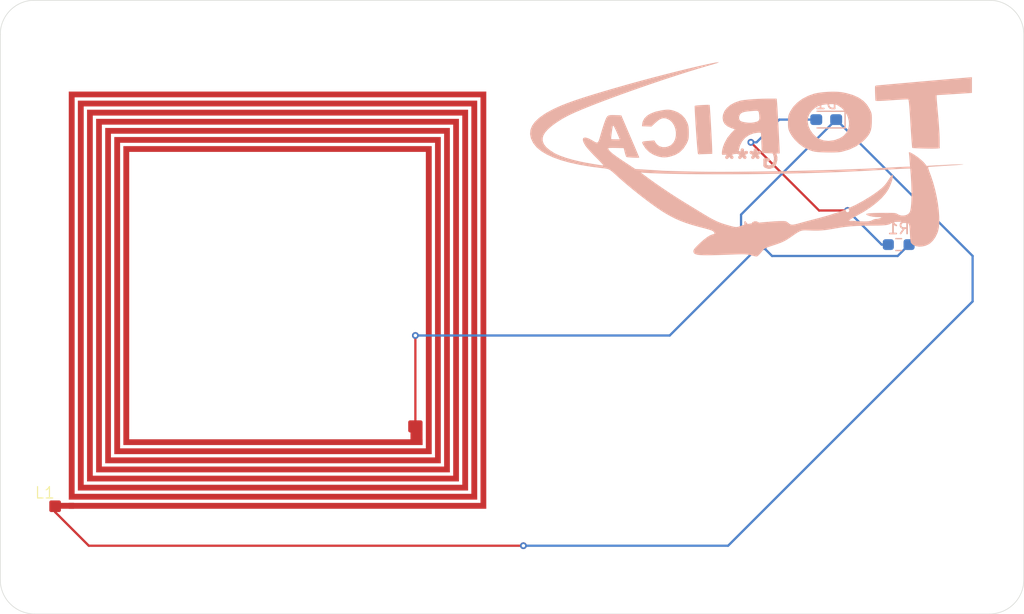
<source format=kicad_pcb>
(kicad_pcb (version 20241229) (generator "pcbnew") (generator_version "9.0")
  (layers (0 "F.Cu" signal) (2 "B.Cu" signal) (13 "F.Paste" user) (15 "B.Paste" user) (5 "F.SilkS" user "F.Silkscreen") (7 "B.SilkS" user "B.Silkscreen") (1 "F.Mask" user) (3 "B.Mask" user) (25 "Edge.Cuts" user))
  (net 0 "")
  (net 1 "Net-(C1-Pad1)")
  (net 2 "Net-(D1-K)")
  (net 3 "Net-(D1-A)")
  (footprint "lib:NFC_COIL_36.7x36.7_3uH" (layer "F.Cu") (at 133.029375 90.23875)
    (property "Reference" "L1" (at -2.11 -1.4 0) (layer "F.SilkS") (effects (font (thickness 0.1))))
    (property "Value" "L")
    (fp_rect (start -0.67 -0.41) (end 0.41 -0.09) (stroke (width 0.2)) (fill yes) (layer "F.Cu"))
    (fp_rect (start 30.14 -6.795) (end 31 -6.105) (stroke (width 0.2)) (fill yes) (layer "F.Cu"))
    (fp_poly (pts (xy 0 0) (xy 36.7 0) (xy 36.7 -36.7) (xy 0 -36.7) (xy 0 -0.8) (xy 35.9 -0.8) (xy 35.9 -35.9) (xy 0.8 -35.9) (xy 0.8 -1.6) (xy 35.1 -1.6) (xy 35.1 -35.1) (xy 1.6 -35.1) (xy 1.6 -2.4) (xy 34.3 -2.4) (xy 34.3 -34.3) (xy 2.4 -34.3) (xy 2.4 -3.2) (xy 33.5 -3.2) (xy 33.5 -33.5) (xy 3.2 -33.5) (xy 3.2 -4) (xy 32.7 -4) (xy 32.7 -32.7) (xy 4 -32.7) (xy 4 -4.8) (xy 31.9 -4.8) (xy 31.9 -31.9) (xy 4.8 -31.9) (xy 4.8 -5.6) (xy 31.1 -5.6) (xy 31.1 -6.1) (xy 30 -6.1) (xy 5.3 -6.1) (xy 5.3 -31.4) (xy 31.4 -31.4) (xy 31.4 -5.3) (xy 4.5 -5.3) (xy 4.5 -32.2) (xy 32.2 -32.2) (xy 32.2 -4.5) (xy 3.7 -4.5) (xy 3.7 -33) (xy 33 -33) (xy 33 -3.7) (xy 2.9 -3.7) (xy 2.9 -33.8) (xy 33.8 -33.8) (xy 33.8 -2.9) (xy 2.1 -2.9) (xy 2.1 -34.6) (xy 34.6 -34.6) (xy 34.6 -2.1) (xy 1.3 -2.1) (xy 1.3 -35.4) (xy 35.4 -35.4) (xy 35.4 -1.3) (xy 0.5 -1.3) (xy 0.5 -36.2) (xy 36.2 -36.2) (xy 36.2 -0.5) (xy 0 -0.5)) (stroke (width 0.01)) (fill yes) (layer "F.Cu"))
    (pad "1" smd roundrect (at 30.470625 -7.23875) (size 1.26125 1.0625) (layers "F.Cu" "F.Mask" "F.Paste") (roundrect_rratio 0.15) (net 1 "Net-(C1-Pad1)"))
    (pad "2" smd roundrect (at -1.20875 -0.2125) (size 1.0225 1.025) (layers "F.Cu" "F.Mask" "F.Paste") (roundrect_rratio 0.15) (net 2 "Net-(D1-K)"))
  )
  (footprint "Resistor_SMD:R_0603_1608Metric_Pad0.98x0.95mm_HandSolder" (layer "B.Cu") (at 206 67 180)
    (property "Reference" "R1" (at 0 1.43 0) (layer "B.SilkS") (effects (justify mirror)))
    (property "Value" "R")
    (fp_line (start -0.254724 0.5225) (end 0.254724 0.5225) (stroke (width 0.12)) (layer "B.SilkS"))
    (fp_line (start -0.254724 -0.5225) (end 0.254724 -0.5225) (stroke (width 0.12)) (layer "B.SilkS"))
    (pad "1" smd roundrect (at -0.9125 0 180) (size 0.975 0.95) (layers "B.Cu" "B.Mask" "B.Paste") (net 1 "Net-(C1-Pad1)"))
    (pad "2" smd roundrect (at 0.9125 0 180) (size 0.975 0.95) (layers "B.Cu" "B.Mask" "B.Paste") (net 3 "Net-(D1-A)"))
  )
  (footprint "LED_SMD:LED_0603_1608Metric_Pad1.05x0.95mm_HandSolder" (layer "B.Cu") (at 199.625 56 180)
    (property "Reference" "D1" (at 0 1.43 0) (layer "B.SilkS") (effects (justify mirror)))
    (property "Value" "LED")
    (fp_line (start 0.8 0.735) (end -1.66 0.735) (stroke (width 0.12)) (layer "B.SilkS"))
    (fp_line (start -1.66 0.735) (end -1.66 -0.735) (stroke (width 0.12)) (layer "B.SilkS"))
    (fp_line (start -1.66 -0.735) (end 0.8 -0.735) (stroke (width 0.12)) (layer "B.SilkS"))
    (pad "1" smd roundrect (at -0.875 0 180) (size 1.05 0.95) (layers "B.Cu" "B.Mask" "B.Paste") (net 2 "Net-(D1-K)"))
    (pad "2" smd roundrect (at 0.875 0 180) (size 1.05 0.95) (layers "B.Cu" "B.Mask" "B.Paste") (net 3 "Net-(D1-A)"))
  )
  (footprint "lib:TORICA_LOGO" (layer "B.Cu") (at 193 59.5 180)
    (property "Reference" "G***" (at 0 0 0) (layer "B.SilkS") (effects (font (size 1.5 1.5) (thickness 0.3)) (justify mirror)))
    (property "Value" "LOGO" (hide yes))
    (fp_poly (pts (xy 4.028364 4.794973) (xy 4.255147 4.783218) (xy 4.48478 4.767654) (xy 4.691357 4.749855) (xy 4.848972 4.731393) (xy 4.931721 4.713839) (xy 4.935016 4.71211) (xy 4.94065 4.655024) (xy 4.93873 4.505314) (xy 4.930193 4.276965) (xy 4.915973 3.983962) (xy 4.897009 3.640291) (xy 4.874235 3.259938) (xy 4.848589 2.856888) (xy 4.821005 2.445126) (xy 4.792421 2.038638) (xy 4.763773 1.65141) (xy 4.735997 1.297426) (xy 4.710028 0.990673) (xy 4.686804 0.745135) (xy 4.66726 0.574799) (xy 4.652697 0.494632) (xy 4.588475 0.439894) (xy 4.560309 0.439068) (xy 4.480409 0.445424) (xy 4.31983 0.453538) (xy 4.104801 0.462192) (xy 3.943683 0.467675) (xy 3.395578 0.485005) (xy 3.397426 0.737135) (xy 3.401091 0.896033) (xy 3.409863 1.131815) (xy 3.422947 1.430288) (xy 3.43955 1.777259) (xy 3.458877 2.158534) (xy 3.480136 2.559921) (xy 3.502533 2.967226) (xy 3.525273 3.366256) (xy 3.547563 3.742817) (xy 3.56861 4.082717) (xy 3.58762 4.371762) (xy 3.603799 4.595758) (xy 3.616353 4.740514) (xy 3.624159 4.791669) (xy 3.686964 4.800771) (xy 3.830334 4.801348)) (fill yes) (layer "B.SilkS"))
    (fp_poly (pts (xy 7.480111 4.368804) (xy 7.715764 4.338435) (xy 7.856176 4.316523) (xy 8.37269 4.20314) (xy 8.79899 4.044437) (xy 9.133027 3.841885) (xy 9.372756 3.596959) (xy 9.516129 3.311133) (xy 9.55775 3.091551) (xy 9.571789 2.914317) (xy 9.157641 2.898704) (xy 8.743493 2.883091) (xy 8.377587 3.226747) (xy 8.125667 3.440808) (xy 7.907635 3.57034) (xy 7.703167 3.623006) (xy 7.491941 3.606466) (xy 7.419688 3.587833) (xy 7.146767 3.457653) (xy 6.925559 3.254189) (xy 6.758037 2.995377) (xy 6.646175 2.699151) (xy 6.591947 2.383447) (xy 6.597327 2.066201) (xy 6.664289 1.765346) (xy 6.794807 1.498818) (xy 6.990854 1.284553) (xy 7.154863 1.181558) (xy 7.460921 1.081923) (xy 7.759012 1.07436) (xy 8.030848 1.15447) (xy 8.25814 1.317852) (xy 8.378966 1.476036) (xy 8.492071 1.667733) (xy 8.978456 1.630066) (xy 9.248673 1.607311) (xy 9.425957 1.5828) (xy 9.524075 1.547529) (xy 9.556797 1.492491) (xy 9.537889 1.408683) (xy 9.486425 1.297809) (xy 9.250189 0.937194) (xy 8.933276 0.63269) (xy 8.552582 0.396617) (xy 8.125001 0.241295) (xy 8.000385 0.214178) (xy 7.77366 0.178175) (xy 7.58469 0.16829) (xy 7.38887 0.185875) (xy 7.141596 0.232282) (xy 7.098693 0.241513) (xy 6.645233 0.388981) (xy 6.256818 0.620884) (xy 5.931827 0.938531) (xy 5.668638 1.343233) (xy 5.623534 1.434186) (xy 5.546295 1.605455) (xy 5.497006 1.747921) (xy 5.469539 1.895097) (xy 5.457769 2.08049) (xy 5.455571 2.33761) (xy 5.455602 2.352843) (xy 5.461129 2.641511) (xy 5.479339 2.857172) (xy 5.51499 3.03347) (xy 5.572841 3.204051) (xy 5.577701 3.216288) (xy 5.786325 3.600887) (xy 6.073469 3.915347) (xy 6.432642 4.154422) (xy 6.857351 4.312864) (xy 6.964785 4.337587) (xy 7.13859 4.367577) (xy 7.299042 4.37825)) (fill yes) (layer "B.SilkS"))
    (fp_poly (pts (xy -19.023264 7.200897) (xy -18.72691 7.176422) (xy -18.360008 7.14556) (xy -17.932551 7.109189) (xy -17.454532 7.068189) (xy -16.935944 7.023439) (xy -16.386782 6.975818) (xy -15.817037 6.926206) (xy -15.236703 6.875481) (xy -14.655774 6.824523) (xy -14.084243 6.774212) (xy -13.532104 6.725426) (xy -13.009349 6.679045) (xy -12.525972 6.635949) (xy -12.091966 6.597015) (xy -11.717324 6.563124) (xy -11.412041 6.535155) (xy -11.186108 6.513987) (xy -11.04952 6.500499) (xy -11.012083 6.496032) (xy -10.965298 6.480716) (xy -10.934891 6.445414) (xy -10.918298 6.371521) (xy -10.912951 6.240434) (xy -10.916286 6.033547) (xy -10.922094 5.84346) (xy -10.931508 5.591551) (xy -10.941804 5.377666) (xy -10.951703 5.225161) (xy -10.959571 5.158433) (xy -11.015994 5.14272) (xy -11.172975 5.138448) (xy -11.43188 5.14566) (xy -11.794073 5.164398) (xy -12.260918 5.194706) (xy -12.3767 5.202852) (xy -12.754791 5.228679) (xy -13.099134 5.250126) (xy -13.394924 5.266438) (xy -13.627354 5.27686) (xy -13.781618 5.280637) (xy -13.841833 5.277571) (xy -13.861982 5.234209) (xy -13.883465 5.115727) (xy -13.906742 4.916926) (xy -13.932277 4.632607) (xy -13.96053 4.257571) (xy -13.991963 3.786618) (xy -14.027038 3.214549) (xy -14.030994 3.147679) (xy -14.059151 2.683729) (xy -14.086795 2.253493) (xy -14.113063 1.868601) (xy -14.137092 1.540685) (xy -14.158022 1.281375) (xy -14.174989 1.102303) (xy -14.18713 1.015098) (xy -14.189566 1.00871) (xy -14.25185 0.996648) (xy -14.401406 0.984705) (xy -14.61856 0.973403) (xy -14.883639 0.963267) (xy -15.176968 0.95482) (xy -15.478874 0.948584) (xy -15.769681 0.945084) (xy -16.029717 0.944843) (xy -16.239307 0.948385) (xy -16.322843 0.951953) (xy -16.60358 0.968116) (xy -16.602968 1.700585) (xy -16.597438 1.963755) (xy -16.582243 2.30816) (xy -16.558938 2.708675) (xy -16.529078 3.140178) (xy -16.49422 3.577547) (xy -16.469896 3.850106) (xy -16.434219 4.238654) (xy -16.402133 4.601286) (xy -16.374995 4.921578) (xy -16.354164 5.183108) (xy -16.340998 5.369452) (xy -16.336823 5.459515) (xy -16.336211 5.651871) (xy -16.93779 5.686222) (xy -17.203865 5.701949) (xy -17.5419 5.722723) (xy -17.917153 5.746367) (xy -18.294881 5.770704) (xy -18.488527 5.783424) (xy -19.437685 5.846276) (xy -19.437685 6.540458) (xy -19.437685 7.234641)) (fill yes) (layer "B.SilkS"))
    (fp_poly (pts (xy -6.788067 5.946234) (xy -6.331567 5.910757) (xy -5.908905 5.854369) (xy -5.55432 5.778928) (xy -5.535991 5.773846) (xy -4.992356 5.57767) (xy -4.499313 5.313904) (xy -4.069873 4.992365) (xy -3.717046 4.622873) (xy -3.453843 4.215245) (xy -3.443688 4.194892) (xy -3.361351 4.020854) (xy -3.308515 3.879741) (xy -3.278672 3.738203) (xy -3.265317 3.562889) (xy -3.261945 3.320448) (xy -3.261896 3.26302) (xy -3.26434 3.001479) (xy -3.275883 2.813091) (xy -3.302835 2.664098) (xy -3.35151 2.520743) (xy -3.428218 2.349268) (xy -3.435715 2.333408) (xy -3.620662 2.025021) (xy -3.878301 1.707377) (xy -4.181105 1.408562) (xy -4.50155 1.156659) (xy -4.717701 1.025329) (xy -4.979789 0.892054) (xy -5.204073 0.791814) (xy -5.413977 0.719575) (xy -5.632927 0.670305) (xy -5.884348 0.638971) (xy -6.191665 0.620538) (xy -6.578304 0.609973) (xy -6.657474 0.60853) (xy -7.071733 0.604328) (xy -7.398736 0.608511) (xy -7.657914 0.622013) (xy -7.8687 0.645764) (xy -8.021053 0.673982) (xy -8.66013 0.863167) (xy -9.235215 1.133194) (xy -9.741238 1.481302) (xy -10.070582 1.790036) (xy -10.289897 2.045192) (xy -10.446795 2.286033) (xy -10.550673 2.539094) (xy -10.610925 2.830908) (xy -10.631322 3.110812) (xy -8.630423 3.110812) (xy -8.594131 2.836806) (xy -8.553495 2.682637) (xy -8.402436 2.355181) (xy -8.160939 2.084065) (xy -7.829904 1.869995) (xy -7.410233 1.71368) (xy -7.277673 1.680519) (xy -6.83285 1.625073) (xy -6.412903 1.663129) (xy -6.042709 1.788938) (xy -5.725719 1.993686) (xy -5.447821 2.268317) (xy -5.224344 2.589869) (xy -5.070615 2.93538) (xy -5.001964 3.281887) (xy -4.99979 3.351276) (xy -5.032678 3.687773) (xy -5.140228 3.974441) (xy -5.335766 4.243267) (xy -5.39972 4.311191) (xy -5.647791 4.526425) (xy -5.919662 4.680582) (xy -6.237742 4.782051) (xy -6.624433 4.839224) (xy -6.848504 4.853732) (xy -7.101901 4.862577) (xy -7.279435 4.859591) (xy -7.411926 4.840478) (xy -7.530191 4.800941) (xy -7.656363 4.741093) (xy -7.980674 4.521179) (xy -8.257101 4.225055) (xy -8.462125 3.880646) (xy -8.528502 3.70562) (xy -8.608903 3.385823) (xy -8.630423 3.110812) (xy -10.631322 3.110812) (xy -10.636947 3.188011) (xy -10.640056 3.398353) (xy -10.639475 3.672247) (xy -10.632802 3.868497) (xy -10.614455 4.016403) (xy -10.578854 4.145267) (xy -10.520415 4.284391) (xy -10.439543 4.450966) (xy -10.196604 4.83808) (xy -9.877267 5.166796) (xy -9.477205 5.439719) (xy -8.992089 5.659454) (xy -8.417593 5.828606) (xy -8.018188 5.908613) (xy -7.665617 5.947021) (xy -7.244163 5.958942)) (fill yes) (layer "B.SilkS"))
    (fp_poly (pts (xy -1.56083 5.346576) (xy -1.108936 5.340471) (xy -0.65134 5.324143) (xy -0.208086 5.299084) (xy 0.200785 5.266788) (xy 0.555229 5.228744) (xy 0.835202 5.186446) (xy 0.962526 5.158757) (xy 1.411885 5.004056) (xy 1.793534 4.796188) (xy 2.099547 4.542961) (xy 2.321997 4.252186) (xy 2.452957 3.93167) (xy 2.486526 3.657443) (xy 2.441155 3.358333) (xy 2.303948 3.109771) (xy 2.07326 2.909933) (xy 1.747449 2.756999) (xy 1.644315 2.723913) (xy 1.507631 2.68069) (xy 1.426614 2.649597) (xy 1.417052 2.642762) (xy 1.452105 2.601311) (xy 1.545485 2.50307) (xy 1.67952 2.366495) (xy 1.731979 2.31384) (xy 2.066127 1.905016) (xy 2.328739 1.42043) (xy 2.450198 1.096211) (xy 2.508621 0.878436) (xy 2.543429 0.676202) (xy 2.552361 0.514411) (xy 2.533152 0.417965) (xy 2.513262 0.402192) (xy 2.442155 0.402175) (xy 2.286635 0.409442) (xy 2.068896 0.422756) (xy 1.811133 0.440875) (xy 1.783125 0.44297) (xy 1.106461 0.493878) (xy 1.071781 0.741571) (xy 0.961773 1.190848) (xy 0.770208 1.575588) (xy 0.503365 1.889673) (xy 0.16752 2.126984) (xy -0.231048 2.281403) (xy -0.567261 2.339129) (xy -0.744178 2.351549) (xy -0.840219 2.344105) (xy -0.880507 2.311144) (xy -0.88922 2.266691) (xy -0.893796 2.179327) (xy -0.901749 2.006795) (xy -0.912116 1.770785) (xy -0.923934 1.492988) (xy -0.929325 1.36358) (xy -0.962527 0.561475) (xy -1.737896 0.531816) (xy -2.014045 0.522269) (xy -2.249735 0.516049) (xy -2.425516 0.513519) (xy -2.521936 0.515042) (xy -2.534037 0.51694) (xy -2.535757 0.571445) (xy -2.531986 0.719395) (xy -2.523418 0.947467) (xy -2.510745 1.242337) (xy -2.49466 1.590681) (xy -2.475856 1.979177) (xy -2.455025 2.3945) (xy -2.432861 2.823327) (xy -2.410055 3.252336) (xy -2.390453 3.610592) (xy -0.753415 3.610592) (xy -0.71401 3.452026) (xy -0.614204 3.354703) (xy -0.515192 3.316342) (xy -0.241975 3.251027) (xy -0.008913 3.222481) (xy 0.233354 3.227949) (xy 0.500165 3.259692) (xy 0.695432 3.299686) (xy 0.858771 3.353856) (xy 0.941323 3.400588) (xy 1.023776 3.540818) (xy 1.035686 3.722401) (xy 0.977616 3.906808) (xy 0.932921 3.97529) (xy 0.841197 4.064107) (xy 0.713628 4.131452) (xy 0.533124 4.181863) (xy 0.282593 4.219884) (xy -0.055057 4.250054) (xy -0.117617 4.25441) (xy -0.36808 4.272022) (xy -0.532173 4.275265) (xy -0.63047 4.250711) (xy -0.683546 4.184931) (xy -0.711974 4.064495) (xy -0.736328 3.875975) (xy -0.739945 3.848206) (xy -0.753415 3.610592) (xy -2.390453 3.610592) (xy -2.387301 3.668201) (xy -2.365292 4.057601) (xy -2.34472 4.407211) (xy -2.326278 4.703707) (xy -2.310659 4.933768) (xy -2.298555 5.084068) (xy -2.294699 5.120106) (xy -2.266079 5.347369)) (fill yes) (layer "B.SilkS"))
    (fp_poly (pts (xy 3.08744 8.521353) (xy 3.362159 8.471552) (xy 3.714987 8.39959) (xy 4.137579 8.307505) (xy 4.621592 8.197335) (xy 5.158682 8.071117) (xy 5.740502 7.930889) (xy 6.35871 7.778688) (xy 7.004961 7.616551) (xy 7.67091 7.446516) (xy 8.348213 7.270621) (xy 9.028526 7.090903) (xy 9.703503 6.9094) (xy 10.364802 6.728149) (xy 11.004076 6.549187) (xy 11.122526 6.515564) (xy 12.092434 6.2374) (xy 12.965615 5.981989) (xy 13.749246 5.746746) (xy 14.4505 5.529085) (xy 15.076554 5.32642) (xy 15.634582 5.136165) (xy 16.131761 4.955735) (xy 16.575266 4.782543) (xy 16.972271 4.614005) (xy 17.329953 4.447533) (xy 17.655487 4.280543) (xy 17.956048 4.110448) (xy 18.181052 3.971858) (xy 18.640632 3.64057) (xy 18.993655 3.301201) (xy 19.240223 2.953461) (xy 19.380442 2.597063) (xy 19.414417 2.231716) (xy 19.342252 1.857133) (xy 19.164052 1.473023) (xy 19.114915 1.393822) (xy 18.832661 1.049389) (xy 18.447726 0.729383) (xy 17.96168 0.434373) (xy 17.376093 0.164925) (xy 16.692537 -0.078392) (xy 15.912582 -0.29501) (xy 15.037797 -0.48436) (xy 14.069755 -0.645876) (xy 13.148249 -0.763834) (xy 12.913018 -0.789908) (xy 12.731866 -0.814688) (xy 12.586155 -0.848122) (xy 12.457244 -0.900157) (xy 12.326493 -0.980742) (xy 12.175262 -1.099824) (xy 11.98491 -1.267352) (xy 11.736799 -1.493273) (xy 11.67378 -1.550736) (xy 11.239765 -1.935884) (xy 10.761139 -2.342661) (xy 10.253833 -2.758748) (xy 9.733777 -3.171827) (xy 9.216901 -3.569577) (xy 8.719136 -3.93968) (xy 8.256412 -4.269817) (xy 7.84466 -4.547668) (xy 7.596598 -4.703668) (xy 7.134715 -4.970381) (xy 6.687263 -5.200763) (xy 6.232153 -5.403566) (xy 5.747293 -5.587546) (xy 5.210595 -5.761456) (xy 4.599967 -5.934051) (xy 4.283604 -6.016581) (xy 3.924159 -6.111141) (xy 3.656723 -6.188554) (xy 3.468551 -6.253238) (xy 3.3469 -6.309611) (xy 3.279028 -6.362093) (xy 3.275716 -6.366038) (xy 3.197431 -6.480923) (xy 3.20569 -6.547506) (xy 3.309202 -6.588272) (xy 3.366358 -6.600005) (xy 3.581681 -6.678726) (xy 3.849825 -6.841709) (xy 4.164225 -7.084274) (xy 4.518313 -7.401742) (xy 4.595863 -7.476286) (xy 4.800414 -7.68019) (xy 4.936073 -7.830137) (xy 5.014942 -7.942014) (xy 5.049124 -8.031703) (xy 5.053262 -8.076633) (xy 5.043439 -8.17094) (xy 5.008546 -8.249505) (xy 4.940455 -8.313243) (xy 4.831033 -8.363066) (xy 4.672149 -8.399888) (xy 4.455672 -8.424621) (xy 4.173471 -8.43818) (xy 3.817416 -8.441478) (xy 3.379374 -8.435427) (xy 2.851215 -8.420942) (xy 2.224808 -8.398936) (xy 2.194165 -8.397783) (xy 1.711825 -8.379801) (xy 1.322875 -8.366285) (xy 1.01384 -8.357514) (xy 0.771245 -8.353766) (xy 0.581615 -8.355322) (xy 0.431474 -8.362461) (xy 0.307347 -8.375463) (xy 0.195759 -8.394606) (xy 0.083234 -8.420171) (xy -0.00891 -8.443478) (xy -0.21687 -8.495127) (xy -0.38795 -8.534242) (xy -0.493528 -8.554395) (xy -0.508889 -8.555789) (xy -0.581356 -8.519815) (xy -0.690441 -8.429052) (xy -0.740611 -8.379155) (xy -0.886839 -8.215905) (xy -1.031072 -8.040233) (xy -1.053832 -8.010546) (xy -1.122203 -7.929709) (xy -1.20269 -7.86331) (xy -1.314785 -7.8018) (xy -1.477981 -7.735625) (xy -1.711769 -7.655234) (xy -1.909411 -7.591282) (xy -2.296509 -7.463238) (xy -2.607484 -7.348071) (xy -2.869925 -7.232555) (xy -3.111422 -7.103464) (xy -3.359565 -6.947572) (xy -3.602907 -6.77944) (xy -3.886261 -6.580578) (xy -4.105941 -6.43665) (xy -4.284598 -6.339459) (xy -4.444885 -6.280807) (xy -4.609455 -6.252499) (xy -4.800958 -6.246337) (xy -5.042048 -6.254124) (xy -5.053264 -6.25462) (xy -5.512731 -6.270112) (xy -5.903152 -6.269953) (xy -6.261627 -6.25156) (xy -6.625254 -6.21235) (xy -7.031135 -6.149741) (xy -7.331189 -6.096015) (xy -7.824438 -6.011137) (xy -8.296867 -5.945076) (xy -8.772304 -5.89595) (xy -9.274573 -5.861877) (xy -9.827501 -5.840975) (xy -10.454912 -5.831362) (xy -10.694738 -5.830319) (xy -11.13768 -5.826893) (xy -11.488481 -5.817321) (xy -11.761865 -5.799647) (xy -11.972556 -5.771916) (xy -12.135277 -5.732172) (xy -12.264754 -5.67846) (xy -12.375709 -5.608824) (xy -12.378633 -5.606669) (xy -12.45952 -5.558896) (xy -12.563764 -5.526833) (xy -12.714252 -5.506942) (xy -12.93387 -5.495686) (xy -13.124794 -5.491319) (xy -13.728823 -5.481052) (xy -13.842728 -5.631943) (xy -13.889921 -5.706218) (xy -13.923858 -5.797155) (xy -13.947819 -5.925157) (xy -13.965084 -6.110629) (xy -13.978934 -6.373977) (xy -13.984581 -6.514258) (xy -14.004254 -6.883135) (xy -14.031295 -7.148395) (xy -14.066081 -7.313138) (xy -14.087133 -7.35977) (xy -14.257144 -7.527543) (xy -14.494078 -7.63515) (xy -14.77613 -7.682134) (xy -15.081495 -7.668041) (xy -15.38837 -7.592413) (xy -15.674949 -7.454794) (xy -15.762518 -7.394826) (xy -16.016702 -7.150278) (xy -16.241204 -6.828601) (xy -16.416723 -6.459114) (xy -16.458831 -6.337346) (xy -16.534995 -5.981185) (xy -16.569911 -5.542548) (xy -16.565696 -5.036719) (xy -16.524466 -4.478981) (xy -16.448339 -3.88462) (xy -16.339431 -3.268919) (xy -16.296145 -3.076088) (xy -14.127604 -3.076088) (xy -14.119362 -3.546598) (xy -14.096443 -3.957963) (xy -14.059443 -4.2963) (xy -14.008959 -4.547726) (xy -13.985796 -4.61909) (xy -13.873408 -4.775956) (xy -13.691055 -4.885944) (xy -13.467394 -4.943551) (xy -13.231079 -4.943278) (xy -13.010764 -4.879622) (xy -12.917958 -4.824089) (xy -12.85378 -4.781105) (xy -12.7836 -4.749988) (xy -12.68987 -4.728833) (xy -12.555047 -4.715733) (xy -12.361585 -4.708782) (xy -12.091939 -4.706075) (xy -11.827918 -4.705683) (xy -11.29161 -4.709081) (xy -10.859788 -4.7194) (xy -10.5302 -4.736828) (xy -10.300598 -4.761553) (xy -10.16873 -4.793765) (xy -10.132348 -4.833652) (xy -10.139638 -4.847048) (xy -10.253677 -4.923211) (xy -10.448438 -4.991076) (xy -10.697715 -5.044461) (xy -10.975305 -5.077185) (xy -11.145601 -5.084342) (xy -11.346981 -5.087647) (xy -11.454537 -5.094926) (xy -11.481391 -5.110356) (xy -11.440667 -5.138119) (xy -11.389896 -5.162141) (xy -11.224512 -5.212741) (xy -11.036511 -5.237602) (xy -11.01979 -5.238008) (xy -10.860216 -5.259402) (xy -10.73644 -5.309016) (xy -10.721608 -5.32051) (xy -10.559445 -5.404428) (xy -10.299775 -5.45275) (xy -9.946076 -5.465083) (xy -9.595052 -5.448568) (xy -9.335415 -5.4303) (xy -9.091874 -5.415167) (xy -8.899301 -5.405241) (xy -8.823159 -5.402657) (xy -8.609264 -5.398463) (xy -8.742948 -5.293994) (xy -8.844538 -5.226597) (xy -9.01545 -5.125481) (xy -9.22978 -5.005598) (xy -9.411369 -4.908187) (xy -10.012651 -4.565295) (xy -10.566812 -4.196534) (xy -11.06275 -3.811388) (xy -11.489359 -3.41934) (xy -11.835535 -3.029872) (xy -12.090175 -2.652467) (xy -12.121868 -2.593473) (xy -12.244879 -2.333279) (xy -12.347199 -2.074395) (xy -12.424897 -1.8331) (xy -12.474045 -1.625673) (xy -12.490713 -1.468393) (xy -12.470972 -1.377539) (xy -12.418066 -1.366307) (xy -12.361956 -1.421389) (xy -12.268784 -1.546997) (xy -12.15454 -1.720795) (xy -12.096754 -1.815046) (xy -11.931073 -2.065164) (xy -11.74039 -2.296831) (xy -11.509968 -2.523429) (xy -11.225072 -2.758339) (xy -10.870966 -3.014941) (xy -10.50758 -3.258132) (xy -9.849928 -3.66205) (xy -9.181941 -4.019958) (xy -8.484919 -4.339651) (xy -7.740161 -4.628924) (xy -6.928967 -4.895573) (xy -6.032636 -5.147393) (xy -5.882106 -5.18631) (xy -5.530115 -5.277099) (xy -5.178756 -5.369076) (xy -4.854586 -5.455192) (xy -4.58416 -5.5284) (xy -4.41158 -5.576592) (xy -4.091623 -5.665797) (xy -3.854342 -5.722707) (xy -3.680597 -5.747757) (xy -3.551246 -5.741381) (xy -3.447149 -5.704014) (xy -3.349166 -5.636092) (xy -3.308746 -5.60165) (xy -3.206626 -5.517037) (xy -3.116171 -5.465508) (xy -3.006483 -5.43888) (xy -2.846663 -5.42897) (xy -2.651511 -5.427578) (xy -2.441269 -5.433393) (xy -2.147676 -5.44954) (xy -1.793621 -5.474076) (xy -1.401993 -5.505056) (xy -0.995681 -5.540535) (xy -0.597573 -5.57857) (xy -0.23056 -5.617216) (xy 0.082471 -5.654528) (xy 0.189247 -5.668898) (xy 0.437464 -5.717768) (xy 0.710919 -5.792219) (xy 0.884405 -5.85158) (xy 1.035306 -5.907623) (xy 1.160676 -5.942585) (xy 1.282473 -5.954897) (xy 1.422656 -5.942993) (xy 1.603184 -5.905303) (xy 1.846017 -5.84026) (xy 2.11221 -5.763918) (xy 2.44401 -5.661712) (xy 2.746291 -5.552898) (xy 3.040915 -5.42712) (xy 3.349745 -5.274021) (xy 3.694643 -5.083243) (xy 4.097472 -4.844432) (xy 4.251157 -4.750673) (xy 4.595705 -4.539553) (xy 4.983041 -4.302552) (xy 5.373903 -4.063675) (xy 5.729028 -3.846925) (xy 5.855368 -3.769914) (xy 6.440175 -3.405071) (xy 7.070745 -2.996601) (xy 7.713748 -2.566848) (xy 8.335859 -2.138155) (xy 8.90375 -1.732863) (xy 9.010315 -1.654794) (xy 9.678736 -1.162606) (xy 9.197473 -1.193945) (xy 8.775323 -1.217004) (xy 8.257063 -1.23786) (xy 7.653508 -1.256413) (xy 6.975475 -1.272563) (xy 6.23378 -1.286209) (xy 5.439238 -1.297249) (xy 4.602666 -1.305584) (xy 3.734879 -1.311112) (xy 2.846695 -1.313732) (xy 1.948929 -1.313344) (xy 1.052397 -1.309847) (xy 0.167915 -1.30314) (xy -0.693701 -1.293122) (xy -0.986096 -1.288843) (xy -2.149929 -1.26979) (xy -3.223291 -1.249799) (xy -4.22266 -1.228276) (xy -5.164511 -1.204629) (xy -6.06532 -1.178265) (xy -6.941565 -1.148592) (xy -7.809722 -1.115017) (xy -8.686266 -1.076946) (xy -9.587675 -1.033788) (xy -10.530425 -0.98495) (xy -11.530992 -0.929839) (xy -12.474174 -0.875577) (xy -12.864902 -0.853551) (xy -13.219755 -0.835124) (xy -13.525037 -0.82088) (xy -13.767051 -0.811406) (xy -13.932099 -0.807285) (xy -14.006486 -0.809101) (xy -14.009156 -0.810067) (xy -14.018652 -0.867806) (xy -14.032499 -1.016746) (xy -14.049551 -1.241282) (xy -14.068659 -1.525809) (xy -14.088674 -1.854723) (xy -14.097676 -2.01316) (xy -14.120575 -2.560314) (xy -14.127604 -3.076088) (xy -16.296145 -3.076088) (xy -16.199861 -2.647163) (xy -16.031743 -2.034636) (xy -15.837197 -1.446622) (xy -15.749088 -1.213119) (xy -15.649419 -0.942761) (xy -15.598414 -0.763854) (xy -15.596455 -0.677847) (xy -15.605453 -0.670386) (xy -15.673252 -0.662576) (xy -15.83356 -0.649484) (xy -16.072124 -0.632109) (xy -16.37469 -0.611449) (xy -16.727004 -0.588501) (xy -17.114813 -0.564264) (xy -17.165053 -0.561195) (xy -17.657851 -0.530192) (xy -18.057452 -0.502976) (xy -18.361907 -0.479754) (xy -18.569269 -0.460735) (xy -18.67759 -0.446124) (xy -18.684923 -0.43613) (xy -18.589319 -0.43096) (xy -18.390492 -0.430805) (xy -18.247108 -0.434538) (xy -18.016404 -0.443376) (xy -17.717839 -0.456445) (xy -17.370872 -0.472869) (xy -16.994965 -0.491774) (xy -16.764001 -0.503924) (xy -15.453896 -0.574028) (xy -15.37615 -0.460803) (xy -15.210378 -0.262558) (xy -14.974741 -0.038985) (xy -14.694988 0.187328) (xy -14.415917 0.381659) (xy -14.176692 0.528651) (xy -14.014105 0.612327) (xy -13.920468 0.635147) (xy -13.88809 0.599571) (xy -13.895735 0.548106) (xy -13.910347 0.45705) (xy -13.928411 0.286898) (xy -13.947216 0.065324) (xy -13.95858 -0.093578) (xy -13.994906 -0.641683) (xy -13.761874 -0.642201) (xy -13.628668 -0.64551) (xy -13.413045 -0.654307) (xy -13.13933 -0.667454) (xy -12.831849 -0.683812) (xy -12.646527 -0.694386) (xy -11.764205 -0.742524) (xy -10.80077 -0.788647) (xy -9.768127 -0.832502) (xy -8.678182 -0.873838) (xy -7.542841 -0.912403) (xy -6.374009 -0.947944) (xy -5.183592 -0.980209) (xy -3.983495 -1.008947) (xy -2.785624 -1.033905) (xy -1.601885 -1.054831) (xy -0.444184 -1.071472) (xy 0.675574 -1.083578) (xy 1.745484 -1.090895) (xy 2.753639 -1.093172) (xy 3.688134 -1.090156) (xy 4.537063 -1.081596) (xy 5.133473 -1.070879) (xy 5.644769 -1.059106) (xy 6.134651 -1.04701) (xy 6.590296 -1.034965) (xy 6.998882 -1.023346) (xy 7.347587 -1.012527) (xy 7.623588 -1.002883) (xy 7.814063 -0.994789) (xy 7.887368 -0.990426) (xy 8.057628 -0.978139) (xy 8.308681 -0.96128) (xy 8.614556 -0.941532) (xy 8.949281 -0.92058) (xy 9.197473 -0.905459) (xy 10.159999 -0.847559) (xy 10.855157 -0.390258) (xy 11.308649 -0.089174) (xy 11.677917 0.162818) (xy 11.970366 0.371778) (xy 12.193402 0.543767) (xy 12.354429 0.684843) (xy 12.460854 0.801068) (xy 12.520081 0.898501) (xy 12.539516 0.983204) (xy 12.539578 0.988206) (xy 12.489479 0.998758) (xy 12.352572 1.005392) (xy 12.148938 1.007634) (xy 11.898661 1.005011) (xy 11.861117 1.00423) (xy 11.182656 0.989264) (xy 11.090022 0.621895) (xy 11.038081 0.433787) (xy 10.989396 0.2877) (xy 10.954145 0.214021) (xy 10.953009 0.212868) (xy 10.887127 0.194607) (xy 10.746261 0.17732) (xy 10.556974 0.162239) (xy 10.345828 0.150596) (xy 10.139387 0.143622) (xy 9.964213 0.142548) (xy 9.846868 0.148605) (xy 9.81242 0.159994) (xy 9.832799 0.214266) (xy 9.89085 0.355796) (xy 9.981942 0.573617) (xy 10.101444 0.856762) (xy 10.244726 1.194263) (xy 10.407157 1.575153) (xy 10.488278 1.764632) (xy 11.529035 1.764632) (xy 11.89171 1.764632) (xy 12.078026 1.768323) (xy 12.217987 1.777999) (xy 12.281319 1.791566) (xy 12.281334 1.791581) (xy 12.28464 1.851331) (xy 12.274096 1.990387) (xy 12.253048 2.182497) (xy 12.224842 2.401413) (xy 12.192827 2.620883) (xy 12.160349 2.814658) (xy 12.135066 2.938764) (xy 12.113067 2.971269) (xy 12.073112 2.942258) (xy 12.011363 2.844518) (xy 11.92398 2.670838) (xy 11.807122 2.414006) (xy 11.656952 2.06681) (xy 11.602492 1.938422) (xy 11.529035 1.764632) (xy 10.488278 1.764632) (xy 10.584107 1.988465) (xy 10.603412 2.033463) (xy 11.394404 3.876843) (xy 11.846675 3.893113) (xy 12.147044 3.901451) (xy 12.361117 3.895025) (xy 12.509406 3.864483) (xy 12.612425 3.800475) (xy 12.690688 3.693652) (xy 12.764708 3.534662) (xy 12.795101 3.460809) (xy 12.866827 3.268687) (xy 12.956907 3.003556) (xy 13.055519 2.695575) (xy 13.152839 2.374903) (xy 13.187103 2.257166) (xy 13.279483 1.935055) (xy 13.351638 1.705392) (xy 13.416111 1.558822) (xy 13.485447 1.485988) (xy 13.57219 1.477536) (xy 13.688883 1.524109) (xy 13.848072 1.616352) (xy 13.957427 1.682647) (xy 14.254677 1.838811) (xy 14.489743 1.915973) (xy 14.658082 1.91755) (xy 14.75515 1.84696) (xy 14.776404 1.707623) (xy 14.7173 1.502955) (xy 14.573296 1.236377) (xy 14.565926 1.224818) (xy 14.453593 1.072536) (xy 14.280688 0.866559) (xy 14.06463 0.626372) (xy 13.822835 0.371459) (xy 13.626406 0.17379) (xy 13.406279 -0.04626) (xy 13.220705 -0.238413) (xy 13.080099 -0.391315) (xy 12.994876 -0.493615) (xy 12.975448 -0.533958) (xy 12.977006 -0.53417) (xy 13.091199 -0.524067) (xy 13.288611 -0.497262) (xy 13.547473 -0.457434) (xy 13.846017 -0.408263) (xy 14.162474 -0.35343) (xy 14.475077 -0.296616) (xy 14.762056 -0.241499) (xy 14.999368 -0.192261) (xy 15.675625 -0.029375) (xy 16.27263 0.144656) (xy 16.781986 0.327041) (xy 17.195299 0.514993) (xy 17.298174 0.571394) (xy 17.703792 0.832973) (xy 18.004816 1.092413) (xy 18.203447 1.353334) (xy 18.301884 1.619358) (xy 18.302326 1.894105) (xy 18.236429 2.115903) (xy 18.09114 2.359976) (xy 17.853063 2.628569) (xy 17.531451 2.914172) (xy 17.135554 3.209277) (xy 16.674624 3.506375) (xy 16.175789 3.788483) (xy 15.839695 3.955496) (xy 15.410311 4.150176) (xy 14.896729 4.369273) (xy 14.30804 4.609541) (xy 13.653336 4.86773) (xy 12.941708 5.140592) (xy 12.182249 5.424881) (xy 11.384051 5.717346) (xy 10.556204 6.014742) (xy 9.707801 6.313818) (xy 8.847933 6.611328) (xy 7.985693 6.904023) (xy 7.130171 7.188655) (xy 6.29046 7.461976) (xy 5.475651 7.720738) (xy 4.694837 7.961693) (xy 3.957108 8.181592) (xy 3.552813 8.298132) (xy 3.283316 8.376859) (xy 3.059527 8.446357) (xy 2.897273 8.501367) (xy 2.812385 8.53663) (xy 2.805709 8.546325) (xy 2.899175 8.546957)) (fill yes) (layer "B.SilkS"))
  )
  (footprint "Capacitor_SMD:C_0603_1608Metric_Pad1.08x0.95mm_HandSolder" (layer "B.Cu") (at 193 67 180)
    (property "Reference" "C1" (at 0 1.43 0) (layer "B.SilkS") (effects (justify mirror)))
    (property "Value" "C")
    (fp_line (start -0.146267 0.51) (end 0.146267 0.51) (stroke (width 0.12)) (layer "B.SilkS"))
    (fp_line (start -0.146267 -0.51) (end 0.146267 -0.51) (stroke (width 0.12)) (layer "B.SilkS"))
    (pad "1" smd roundrect (at -0.8625 0 180) (size 1.075 0.95) (layers "B.Cu" "B.Mask" "B.Paste") (net 1 "Net-(C1-Pad1)"))
    (pad "2" smd roundrect (at 0.8625 0 180) (size 1.075 0.95) (layers "B.Cu" "B.Mask" "B.Paste") (net 2 "Net-(D1-K)"))
  )
  (gr_arc (start 127 48.5) (mid 127.87868 46.37868) (end 130 45.5) (stroke (width 0.05)) (layer "Edge.Cuts"))
  (gr_line (start 214 99.5) (end 130 99.5) (stroke (width 0.05)) (layer "Edge.Cuts"))
  (gr_arc (start 130 99.5) (mid 127.87868 98.62132) (end 127 96.5) (stroke (width 0.05)) (layer "Edge.Cuts"))
  (gr_line (start 130 45.5) (end 214 45.5) (stroke (width 0.05)) (layer "Edge.Cuts"))
  (gr_line (start 127 96.5) (end 127 48.5) (stroke (width 0.05)) (layer "Edge.Cuts"))
  (gr_arc (start 217 96.5) (mid 216.12132 98.62132) (end 214 99.5) (stroke (width 0.05)) (layer "Edge.Cuts"))
  (gr_arc (start 214 45.5) (mid 216.12132 46.37868) (end 217 48.5) (stroke (width 0.05)) (layer "Edge.Cuts"))
  (gr_line (start 217 48.5) (end 217 96.5) (stroke (width 0.05)) (layer "Edge.Cuts"))
  (segment (start 163.5 83) (end 163.5 75) (width 0.2) (layer "F.Cu") (net 1))
  (via (at 163.5 75) (size 0.6) (drill 0.3) (layers "F.Cu" "B.Cu") (net 1))
  (segment (start 205.9125 68) (end 206.9125 67) (width 0.2) (layer "B.Cu") (net 1))
  (segment (start 193.8625 67) (end 194.8625 68) (width 0.2) (layer "B.Cu") (net 1))
  (segment (start 163.5 75) (end 185.8625 75) (width 0.2) (layer "B.Cu") (net 1))
  (segment (start 194.8625 68) (end 205.9125 68) (width 0.2) (layer "B.Cu") (net 1))
  (segment (start 185.8625 75) (end 193.8625 67) (width 0.2) (layer "B.Cu") (net 1))
  (segment (start 131.820625 90.02625) (end 131.820625 90.53875) (width 0.2) (layer "F.Cu") (net 2))
  (segment (start 131.820625 90.53875) (end 134.781875 93.5) (width 0.2) (layer "F.Cu") (net 2))
  (segment (start 134.781875 93.5) (end 173 93.5) (width 0.2) (layer "F.Cu") (net 2))
  (via (at 173 93.5) (size 0.6) (drill 0.3) (layers "F.Cu" "B.Cu") (net 2))
  (segment (start 192.1375 67) (end 192.1375 64.3625) (width 0.2) (layer "B.Cu") (net 2))
  (segment (start 212.5 68) (end 200.5 56) (width 0.2) (layer "B.Cu") (net 2))
  (segment (start 191 93.5) (end 212.5 72) (width 0.2) (layer "B.Cu") (net 2))
  (segment (start 212.5 72) (end 212.5 68) (width 0.2) (layer "B.Cu") (net 2))
  (segment (start 173 93.5) (end 191 93.5) (width 0.2) (layer "B.Cu") (net 2))
  (segment (start 192.1375 64.3625) (end 200.5 56) (width 0.2) (layer "B.Cu") (net 2))
  (segment (start 199 64) (end 193 58) (width 0.2) (layer "F.Cu") (net 3))
  (segment (start 201.5 64) (end 199 64) (width 0.2) (layer "F.Cu") (net 3))
  (via (at 201.5 64) (size 0.6) (drill 0.3) (layers "F.Cu" "B.Cu") (net 3))
  (via (at 193 58) (size 0.6) (drill 0.3) (layers "F.Cu" "B.Cu") (net 3))
  (segment (start 204.5 67) (end 201.5 64) (width 0.2) (layer "B.Cu") (net 3))
  (segment (start 195.5 56) (end 198.75 56) (width 0.2) (layer "B.Cu") (net 3))
  (segment (start 205.0875 67) (end 204.5 67) (width 0.2) (layer "B.Cu") (net 3))
  (segment (start 193.5 58) (end 195.5 56) (width 0.2) (layer "B.Cu") (net 3))
  (segment (start 193 58) (end 193.5 58) (width 0.2) (layer "B.Cu") (net 3))
)
</source>
